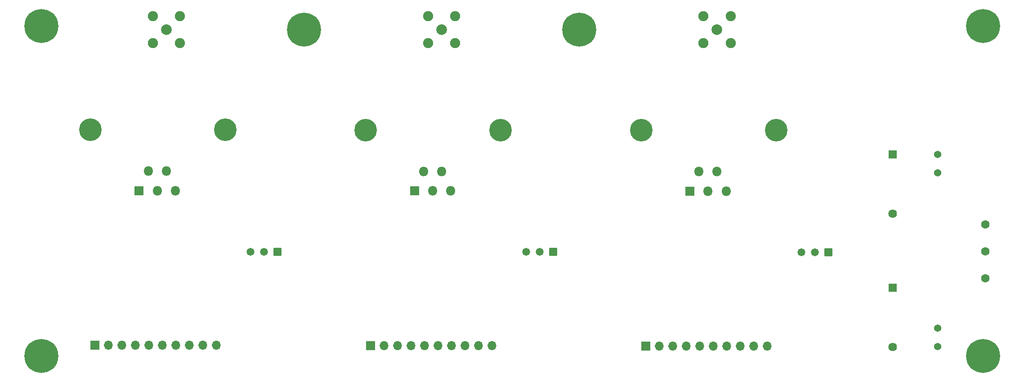
<source format=gbs>
%TF.GenerationSoftware,KiCad,Pcbnew,8.0.2*%
%TF.CreationDate,2025-05-03T05:30:05-04:00*%
%TF.ProjectId,piezo_nanopositioner_v1,7069657a-6f5f-46e6-916e-6f706f736974,rev?*%
%TF.SameCoordinates,Original*%
%TF.FileFunction,Soldermask,Bot*%
%TF.FilePolarity,Negative*%
%FSLAX46Y46*%
G04 Gerber Fmt 4.6, Leading zero omitted, Abs format (unit mm)*
G04 Created by KiCad (PCBNEW 8.0.2) date 2025-05-03 05:30:05*
%MOMM*%
%LPD*%
G01*
G04 APERTURE LIST*
G04 Aperture macros list*
%AMRoundRect*
0 Rectangle with rounded corners*
0 $1 Rounding radius*
0 $2 $3 $4 $5 $6 $7 $8 $9 X,Y pos of 4 corners*
0 Add a 4 corners polygon primitive as box body*
4,1,4,$2,$3,$4,$5,$6,$7,$8,$9,$2,$3,0*
0 Add four circle primitives for the rounded corners*
1,1,$1+$1,$2,$3*
1,1,$1+$1,$4,$5*
1,1,$1+$1,$6,$7*
1,1,$1+$1,$8,$9*
0 Add four rect primitives between the rounded corners*
20,1,$1+$1,$2,$3,$4,$5,0*
20,1,$1+$1,$4,$5,$6,$7,0*
20,1,$1+$1,$6,$7,$8,$9,0*
20,1,$1+$1,$8,$9,$2,$3,0*%
G04 Aperture macros list end*
%ADD10C,2.006600*%
%ADD11C,1.905000*%
%ADD12RoundRect,0.102000X0.634000X0.634000X-0.634000X0.634000X-0.634000X-0.634000X0.634000X-0.634000X0*%
%ADD13C,1.472000*%
%ADD14C,0.800000*%
%ADD15C,6.400000*%
%ADD16C,4.250000*%
%ADD17R,1.625600X1.625600*%
%ADD18C,1.625600*%
%ADD19R,1.700000X1.700000*%
%ADD20O,1.700000X1.700000*%
%ADD21C,1.371600*%
%ADD22C,1.600200*%
%ADD23R,1.800000X1.800000*%
%ADD24O,1.800000X1.800000*%
G04 APERTURE END LIST*
D10*
%TO.C,J402*%
X202458100Y-49190300D03*
D11*
X199905400Y-46637600D03*
X199905400Y-51743000D03*
X205010800Y-51743000D03*
X205010800Y-46637600D03*
%TD*%
D10*
%TO.C,J202*%
X98758100Y-49190300D03*
D11*
X96205400Y-46637600D03*
X96205400Y-51743000D03*
X101310800Y-51743000D03*
X101310800Y-46637600D03*
%TD*%
D12*
%TO.C,RV201*%
X119710000Y-91090000D03*
D13*
X117170000Y-91090000D03*
X114630000Y-91090000D03*
%TD*%
D14*
%TO.C,H5*%
X122300000Y-49200000D03*
X123002944Y-47502944D03*
X123002944Y-50897056D03*
X124700000Y-46800000D03*
D15*
X124700000Y-49200000D03*
D14*
X124700000Y-51600000D03*
X126397056Y-47502944D03*
X126397056Y-50897056D03*
X127100000Y-49200000D03*
%TD*%
D12*
%TO.C,RV401*%
X223410000Y-91190000D03*
D13*
X220870000Y-91190000D03*
X218330000Y-91190000D03*
%TD*%
D12*
%TO.C,RV301*%
X171560000Y-91140000D03*
D13*
X169020000Y-91140000D03*
X166480000Y-91140000D03*
%TD*%
D14*
%TO.C,H1*%
X72850000Y-48500000D03*
X73552944Y-46802944D03*
X73552944Y-50197056D03*
X75250000Y-46100000D03*
D15*
X75250000Y-48500000D03*
D14*
X75250000Y-50900000D03*
X76947056Y-46802944D03*
X76947056Y-50197056D03*
X77650000Y-48500000D03*
%TD*%
D16*
%TO.C,Heatsink*%
X188170000Y-68190000D03*
X213570000Y-68190000D03*
%TD*%
D17*
%TO.C,D101*%
X235500000Y-72750000D03*
D18*
X235500000Y-83926000D03*
%TD*%
D19*
%TO.C,J401*%
X189045000Y-108865000D03*
D20*
X191585000Y-108865000D03*
X194125000Y-108865000D03*
X196665000Y-108865000D03*
X199205000Y-108865000D03*
X201745000Y-108865000D03*
X204285000Y-108865000D03*
X206825000Y-108865000D03*
X209365000Y-108865000D03*
X211905000Y-108865000D03*
%TD*%
D14*
%TO.C,H3*%
X250100000Y-110750000D03*
X250802944Y-109052944D03*
X250802944Y-112447056D03*
X252500000Y-108350000D03*
D15*
X252500000Y-110750000D03*
D14*
X252500000Y-113150000D03*
X254197056Y-109052944D03*
X254197056Y-112447056D03*
X254900000Y-110750000D03*
%TD*%
D16*
%TO.C,Heatsink*%
X84470000Y-68090000D03*
X109870000Y-68090000D03*
%TD*%
D14*
%TO.C,H2*%
X72850000Y-110750000D03*
X73552944Y-109052944D03*
X73552944Y-112447056D03*
X75250000Y-108350000D03*
D15*
X75250000Y-110750000D03*
D14*
X75250000Y-113150000D03*
X76947056Y-109052944D03*
X76947056Y-112447056D03*
X77650000Y-110750000D03*
%TD*%
D19*
%TO.C,J201*%
X85345000Y-108765000D03*
D20*
X87885000Y-108765000D03*
X90425000Y-108765000D03*
X92965000Y-108765000D03*
X95505000Y-108765000D03*
X98045000Y-108765000D03*
X100585000Y-108765000D03*
X103125000Y-108765000D03*
X105665000Y-108765000D03*
X108205000Y-108765000D03*
%TD*%
D19*
%TO.C,J301*%
X137195000Y-108815000D03*
D20*
X139735000Y-108815000D03*
X142275000Y-108815000D03*
X144815000Y-108815000D03*
X147355000Y-108815000D03*
X149895000Y-108815000D03*
X152435000Y-108815000D03*
X154975000Y-108815000D03*
X157515000Y-108815000D03*
X160055000Y-108815000D03*
%TD*%
D17*
%TO.C,D102*%
X235500000Y-97860500D03*
D18*
X235500000Y-109036500D03*
%TD*%
D16*
%TO.C,Heatsink*%
X136320000Y-68140000D03*
X161720000Y-68140000D03*
%TD*%
D21*
%TO.C,C101*%
X244000000Y-72750000D03*
X244000000Y-76250001D03*
%TD*%
D22*
%TO.C,J101*%
X253000000Y-85920000D03*
X253000000Y-91000000D03*
X253000000Y-96080000D03*
%TD*%
D21*
%TO.C,C102*%
X244000000Y-105499999D03*
X244000000Y-109000000D03*
%TD*%
D14*
%TO.C,H6*%
X174100000Y-49200000D03*
X174802944Y-47502944D03*
X174802944Y-50897056D03*
X176500000Y-46800000D03*
D15*
X176500000Y-49200000D03*
D14*
X176500000Y-51600000D03*
X178197056Y-47502944D03*
X178197056Y-50897056D03*
X178900000Y-49200000D03*
%TD*%
D23*
%TO.C,U203*%
X93658100Y-79590300D03*
D24*
X95358100Y-75890300D03*
X97058100Y-79590300D03*
X98758100Y-75890300D03*
X100458100Y-79590300D03*
%TD*%
D14*
%TO.C,H4*%
X250100000Y-48500000D03*
X250802944Y-46802944D03*
X250802944Y-50197056D03*
X252500000Y-46100000D03*
D15*
X252500000Y-48500000D03*
D14*
X252500000Y-50900000D03*
X254197056Y-46802944D03*
X254197056Y-50197056D03*
X254900000Y-48500000D03*
%TD*%
D23*
%TO.C,U403*%
X197358100Y-79690300D03*
D24*
X199058100Y-75990300D03*
X200758100Y-79690300D03*
X202458100Y-75990300D03*
X204158100Y-79690300D03*
%TD*%
D10*
%TO.C,J302*%
X150608100Y-49190300D03*
D11*
X148055400Y-46637600D03*
X148055400Y-51743000D03*
X153160800Y-51743000D03*
X153160800Y-46637600D03*
%TD*%
D23*
%TO.C,U303*%
X145508100Y-79640300D03*
D24*
X147208100Y-75940300D03*
X148908100Y-79640300D03*
X150608100Y-75940300D03*
X152308100Y-79640300D03*
%TD*%
M02*

</source>
